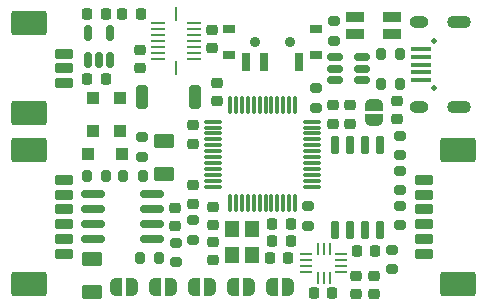
<source format=gts>
G04 #@! TF.GenerationSoftware,KiCad,Pcbnew,8.0.1*
G04 #@! TF.CreationDate,2024-04-22T06:17:08+03:00*
G04 #@! TF.ProjectId,IMU module,494d5520-6d6f-4647-956c-652e6b696361,rev?*
G04 #@! TF.SameCoordinates,Original*
G04 #@! TF.FileFunction,Soldermask,Top*
G04 #@! TF.FilePolarity,Negative*
%FSLAX46Y46*%
G04 Gerber Fmt 4.6, Leading zero omitted, Abs format (unit mm)*
G04 Created by KiCad (PCBNEW 8.0.1) date 2024-04-22 06:17:08*
%MOMM*%
%LPD*%
G01*
G04 APERTURE LIST*
G04 Aperture macros list*
%AMRoundRect*
0 Rectangle with rounded corners*
0 $1 Rounding radius*
0 $2 $3 $4 $5 $6 $7 $8 $9 X,Y pos of 4 corners*
0 Add a 4 corners polygon primitive as box body*
4,1,4,$2,$3,$4,$5,$6,$7,$8,$9,$2,$3,0*
0 Add four circle primitives for the rounded corners*
1,1,$1+$1,$2,$3*
1,1,$1+$1,$4,$5*
1,1,$1+$1,$6,$7*
1,1,$1+$1,$8,$9*
0 Add four rect primitives between the rounded corners*
20,1,$1+$1,$2,$3,$4,$5,0*
20,1,$1+$1,$4,$5,$6,$7,0*
20,1,$1+$1,$6,$7,$8,$9,0*
20,1,$1+$1,$8,$9,$2,$3,0*%
%AMFreePoly0*
4,1,19,0.500000,-0.750000,0.000000,-0.750000,0.000000,-0.744911,-0.071157,-0.744911,-0.207708,-0.704816,-0.327430,-0.627875,-0.420627,-0.520320,-0.479746,-0.390866,-0.500000,-0.250000,-0.500000,0.250000,-0.479746,0.390866,-0.420627,0.520320,-0.327430,0.627875,-0.207708,0.704816,-0.071157,0.744911,0.000000,0.744911,0.000000,0.750000,0.500000,0.750000,0.500000,-0.750000,0.500000,-0.750000,
$1*%
%AMFreePoly1*
4,1,19,0.000000,0.744911,0.071157,0.744911,0.207708,0.704816,0.327430,0.627875,0.420627,0.520320,0.479746,0.390866,0.500000,0.250000,0.500000,-0.250000,0.479746,-0.390866,0.420627,-0.520320,0.327430,-0.627875,0.207708,-0.704816,0.071157,-0.744911,0.000000,-0.744911,0.000000,-0.750000,-0.500000,-0.750000,-0.500000,0.750000,0.000000,0.750000,0.000000,0.744911,0.000000,0.744911,
$1*%
G04 Aperture macros list end*
%ADD10RoundRect,0.250000X-0.300000X0.300000X-0.300000X-0.300000X0.300000X-0.300000X0.300000X0.300000X0*%
%ADD11RoundRect,0.225000X-0.225000X-0.250000X0.225000X-0.250000X0.225000X0.250000X-0.225000X0.250000X0*%
%ADD12RoundRect,0.250000X-0.625000X0.375000X-0.625000X-0.375000X0.625000X-0.375000X0.625000X0.375000X0*%
%ADD13RoundRect,0.200000X-0.200000X-0.275000X0.200000X-0.275000X0.200000X0.275000X-0.200000X0.275000X0*%
%ADD14R,0.975000X0.250000*%
%ADD15R,0.250000X0.975000*%
%ADD16RoundRect,0.200000X0.200000X0.275000X-0.200000X0.275000X-0.200000X-0.275000X0.200000X-0.275000X0*%
%ADD17FreePoly0,180.000000*%
%ADD18FreePoly1,180.000000*%
%ADD19RoundRect,0.225000X0.250000X-0.225000X0.250000X0.225000X-0.250000X0.225000X-0.250000X-0.225000X0*%
%ADD20RoundRect,0.150000X0.150000X-0.512500X0.150000X0.512500X-0.150000X0.512500X-0.150000X-0.512500X0*%
%ADD21RoundRect,0.200000X0.275000X-0.200000X0.275000X0.200000X-0.275000X0.200000X-0.275000X-0.200000X0*%
%ADD22RoundRect,0.225000X0.225000X0.250000X-0.225000X0.250000X-0.225000X-0.250000X0.225000X-0.250000X0*%
%ADD23RoundRect,0.250000X-0.300000X-0.300000X0.300000X-0.300000X0.300000X0.300000X-0.300000X0.300000X0*%
%ADD24R,1.500000X0.900000*%
%ADD25RoundRect,0.200000X-0.275000X0.200000X-0.275000X-0.200000X0.275000X-0.200000X0.275000X0.200000X0*%
%ADD26C,0.500000*%
%ADD27R,1.800000X0.400000*%
%ADD28O,2.000000X1.090000*%
%ADD29O,1.600000X1.050000*%
%ADD30RoundRect,0.062500X-0.525000X-0.062500X0.525000X-0.062500X0.525000X0.062500X-0.525000X0.062500X0*%
%ADD31RoundRect,0.062500X-0.062500X0.525000X-0.062500X-0.525000X0.062500X-0.525000X0.062500X0.525000X0*%
%ADD32C,0.900000*%
%ADD33R,0.700000X1.500000*%
%ADD34R,1.000000X0.800000*%
%ADD35RoundRect,0.225000X-0.250000X0.225000X-0.250000X-0.225000X0.250000X-0.225000X0.250000X0.225000X0*%
%ADD36RoundRect,0.200000X0.600000X-0.200000X0.600000X0.200000X-0.600000X0.200000X-0.600000X-0.200000X0*%
%ADD37RoundRect,0.250001X1.249999X-0.799999X1.249999X0.799999X-1.249999X0.799999X-1.249999X-0.799999X0*%
%ADD38FreePoly0,270.000000*%
%ADD39FreePoly1,270.000000*%
%ADD40R,1.200000X1.400000*%
%ADD41RoundRect,0.150000X0.825000X0.150000X-0.825000X0.150000X-0.825000X-0.150000X0.825000X-0.150000X0*%
%ADD42RoundRect,0.250000X0.250000X-0.750000X0.250000X0.750000X-0.250000X0.750000X-0.250000X-0.750000X0*%
%ADD43RoundRect,0.150000X-0.512500X-0.150000X0.512500X-0.150000X0.512500X0.150000X-0.512500X0.150000X0*%
%ADD44RoundRect,0.150000X-0.150000X0.650000X-0.150000X-0.650000X0.150000X-0.650000X0.150000X0.650000X0*%
%ADD45RoundRect,0.200000X-0.600000X0.200000X-0.600000X-0.200000X0.600000X-0.200000X0.600000X0.200000X0*%
%ADD46RoundRect,0.250001X-1.249999X0.799999X-1.249999X-0.799999X1.249999X-0.799999X1.249999X0.799999X0*%
%ADD47RoundRect,0.075000X0.075000X-0.662500X0.075000X0.662500X-0.075000X0.662500X-0.075000X-0.662500X0*%
%ADD48RoundRect,0.075000X0.662500X-0.075000X0.662500X0.075000X-0.662500X0.075000X-0.662500X-0.075000X0*%
G04 APERTURE END LIST*
D10*
X136549753Y-96747454D03*
X136549753Y-99547454D03*
D11*
X151781753Y-108894454D03*
X153331753Y-108894454D03*
D12*
X136534753Y-110433454D03*
X136534753Y-113233454D03*
D11*
X151781753Y-107434454D03*
X153331753Y-107434454D03*
D13*
X160935753Y-95604454D03*
X162585753Y-95604454D03*
D14*
X154651253Y-110030454D03*
X154651253Y-110530454D03*
X154651253Y-111030454D03*
X154651253Y-111530454D03*
D15*
X155613753Y-111980954D03*
X156113753Y-111980954D03*
X156613753Y-111980954D03*
D14*
X157576253Y-111518454D03*
X157576253Y-111018454D03*
X157576253Y-110518454D03*
X157576253Y-110018454D03*
D15*
X156613753Y-109555954D03*
X156113753Y-109555954D03*
X155613753Y-109555954D03*
D11*
X158937753Y-109709454D03*
X160487753Y-109709454D03*
D16*
X140797753Y-103395454D03*
X139147753Y-103395454D03*
D17*
X139845753Y-112780454D03*
D18*
X138545753Y-112780454D03*
D19*
X156887753Y-98954454D03*
X156887753Y-97404454D03*
D11*
X136101753Y-89648454D03*
X137651753Y-89648454D03*
D19*
X146730753Y-107539454D03*
X146730753Y-105989454D03*
D20*
X136147753Y-93570454D03*
X137097753Y-93570454D03*
X138047753Y-93570454D03*
X138047753Y-91295454D03*
X136147753Y-91295454D03*
D21*
X162551000Y-101618000D03*
X162551000Y-99968000D03*
D22*
X140618753Y-89648454D03*
X139068753Y-89648454D03*
D12*
X142580753Y-100454454D03*
X142580753Y-103254454D03*
D19*
X143531753Y-107614454D03*
X143531753Y-106064454D03*
D23*
X136200753Y-101504454D03*
X139000753Y-101504454D03*
D24*
X161890753Y-91334454D03*
X158790753Y-91334454D03*
X158790753Y-89934454D03*
X161890753Y-89934454D03*
D25*
X161930753Y-109639454D03*
X161930753Y-111289454D03*
D19*
X145060753Y-100639454D03*
X145060753Y-99089454D03*
D26*
X165450753Y-91965454D03*
X165450753Y-95965454D03*
D27*
X164350753Y-95265454D03*
X164350753Y-94615454D03*
X164350753Y-93965454D03*
X164350753Y-93315454D03*
X164350753Y-92665454D03*
D28*
X167600753Y-90365454D03*
D29*
X164150753Y-90365454D03*
D28*
X167600753Y-97565454D03*
D29*
X164150753Y-97565454D03*
D30*
X145135753Y-90464454D03*
X145135753Y-90964454D03*
X145135753Y-91464454D03*
X145135753Y-91964454D03*
X145135753Y-92464454D03*
X145135753Y-92964454D03*
X145135753Y-93464454D03*
D31*
X143620753Y-94229454D03*
D30*
X142105753Y-93464454D03*
X142105753Y-92964454D03*
X142105753Y-92464454D03*
X142105753Y-91964454D03*
X142105753Y-91464454D03*
X142105753Y-90964454D03*
X142105753Y-90464454D03*
D31*
X143620753Y-89699454D03*
D32*
X153280753Y-92009454D03*
X150280753Y-92009454D03*
D33*
X154030753Y-93769454D03*
X151030753Y-93769454D03*
X149530753Y-93769454D03*
D34*
X155430753Y-93119454D03*
X155430753Y-90909454D03*
X148130753Y-93119454D03*
X148130753Y-90909454D03*
D35*
X146650753Y-90995454D03*
X146650753Y-92545454D03*
D21*
X145038753Y-108776454D03*
X145038753Y-107126454D03*
D36*
X164590753Y-109964454D03*
X164590753Y-108714454D03*
X164590753Y-107464454D03*
X164590753Y-106214454D03*
X164590753Y-104964454D03*
X164590753Y-103714454D03*
D37*
X167490753Y-112514454D03*
X167490753Y-101164454D03*
D19*
X158361753Y-98954454D03*
X158361753Y-97404454D03*
D35*
X147058753Y-95507454D03*
X147058753Y-97057454D03*
D25*
X162552753Y-102941454D03*
X162552753Y-104591454D03*
D38*
X160350753Y-97365454D03*
D39*
X160350753Y-98665454D03*
D16*
X142186753Y-110302454D03*
X140536753Y-110302454D03*
D21*
X154822753Y-107589454D03*
X154822753Y-105939454D03*
D17*
X143149753Y-112748454D03*
D18*
X141849753Y-112748454D03*
D21*
X143572753Y-110691454D03*
X143572753Y-109041454D03*
D35*
X162330753Y-97039454D03*
X162330753Y-98589454D03*
D22*
X153135753Y-110354454D03*
X151585753Y-110354454D03*
D40*
X148320753Y-107874454D03*
X148320753Y-110074454D03*
X150020753Y-110074454D03*
X150020753Y-107874454D03*
D41*
X141575753Y-108744454D03*
X141575753Y-107474454D03*
X141575753Y-106204454D03*
X141575753Y-104934454D03*
X136625753Y-104934454D03*
X136625753Y-106204454D03*
X136625753Y-107474454D03*
X136625753Y-108744454D03*
D17*
X153064753Y-112789454D03*
D18*
X151764753Y-112789454D03*
D35*
X160338753Y-111843954D03*
X160338753Y-113393954D03*
X158878753Y-111843954D03*
X158878753Y-113393954D03*
D42*
X140730753Y-96702454D03*
X145180753Y-96702454D03*
D25*
X162552753Y-105913454D03*
X162552753Y-107563454D03*
D16*
X137719753Y-103384454D03*
X136069753Y-103384454D03*
D21*
X155424753Y-97624454D03*
X155424753Y-95974454D03*
D16*
X162585753Y-93084454D03*
X160935753Y-93084454D03*
D11*
X136098753Y-95214454D03*
X137648753Y-95214454D03*
D43*
X157093253Y-93340454D03*
X157093253Y-94290454D03*
X157093253Y-95240454D03*
X159368253Y-95240454D03*
X159368253Y-94290454D03*
X159368253Y-93340454D03*
D44*
X160863753Y-100726454D03*
X159593753Y-100726454D03*
X158323753Y-100726454D03*
X157053753Y-100726454D03*
X157053753Y-107926454D03*
X158323753Y-107926454D03*
X159593753Y-107926454D03*
X160863753Y-107926454D03*
D17*
X146449753Y-112766454D03*
D18*
X145149753Y-112766454D03*
D17*
X149750753Y-112776454D03*
D18*
X148450753Y-112776454D03*
D35*
X145055753Y-104173454D03*
X145055753Y-105723454D03*
D45*
X134093753Y-103714454D03*
X134093753Y-104964454D03*
X134093753Y-106214454D03*
X134093753Y-107464454D03*
X134093753Y-108714454D03*
X134093753Y-109964454D03*
D46*
X131193753Y-101164454D03*
X131193753Y-112514454D03*
D45*
X134093753Y-93018454D03*
X134093753Y-94268454D03*
X134093753Y-95518454D03*
D46*
X131193753Y-90468454D03*
X131193753Y-98068454D03*
D10*
X138850753Y-96747454D03*
X138850753Y-99547454D03*
D25*
X156982753Y-90273454D03*
X156982753Y-91923454D03*
D11*
X155288753Y-113287954D03*
X156838753Y-113287954D03*
D19*
X146729753Y-110501454D03*
X146729753Y-108951454D03*
D35*
X140600753Y-92724454D03*
X140600753Y-94274454D03*
D21*
X140730753Y-101739454D03*
X140730753Y-100089454D03*
D47*
X148191753Y-105696954D03*
X148691753Y-105696954D03*
X149191753Y-105696954D03*
X149691753Y-105696954D03*
X150191753Y-105696954D03*
X150691753Y-105696954D03*
X151191753Y-105696954D03*
X151691753Y-105696954D03*
X152191753Y-105696954D03*
X152691753Y-105696954D03*
X153191753Y-105696954D03*
X153691753Y-105696954D03*
D48*
X155104253Y-104284454D03*
X155104253Y-103784454D03*
X155104253Y-103284454D03*
X155104253Y-102784454D03*
X155104253Y-102284454D03*
X155104253Y-101784454D03*
X155104253Y-101284454D03*
X155104253Y-100784454D03*
X155104253Y-100284454D03*
X155104253Y-99784454D03*
X155104253Y-99284454D03*
X155104253Y-98784454D03*
D47*
X153691753Y-97371954D03*
X153191753Y-97371954D03*
X152691753Y-97371954D03*
X152191753Y-97371954D03*
X151691753Y-97371954D03*
X151191753Y-97371954D03*
X150691753Y-97371954D03*
X150191753Y-97371954D03*
X149691753Y-97371954D03*
X149191753Y-97371954D03*
X148691753Y-97371954D03*
X148191753Y-97371954D03*
D48*
X146779253Y-98784454D03*
X146779253Y-99284454D03*
X146779253Y-99784454D03*
X146779253Y-100284454D03*
X146779253Y-100784454D03*
X146779253Y-101284454D03*
X146779253Y-101784454D03*
X146779253Y-102284454D03*
X146779253Y-102784454D03*
X146779253Y-103284454D03*
X146779253Y-103784454D03*
X146779253Y-104284454D03*
M02*

</source>
